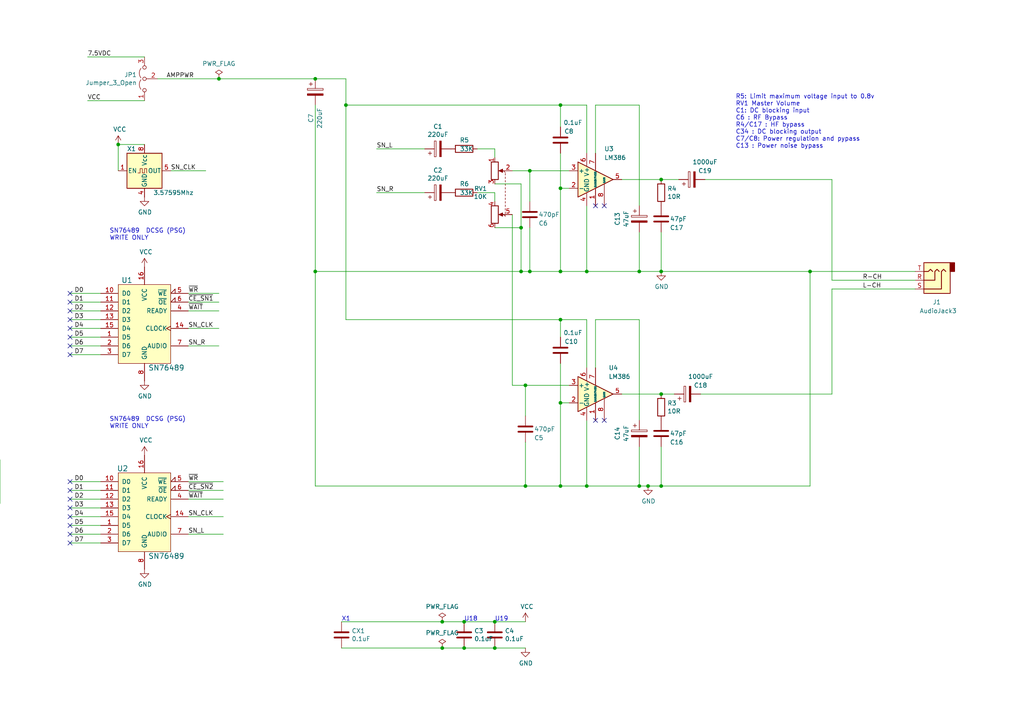
<source format=kicad_sch>
(kicad_sch (version 20211123) (generator eeschema)
  (paper "A4")
  (title_block (date "2021-11-10"))
  (lib_symbols
    (symbol "Amplifier_Audio:LM386" (pin_names (offset 0.127))
      (property "Reference" "U" (at 1.27 7.62 0))
      (property "Value" "LM386" (at 1.27 5.08 0))
      (symbol "LM386_0_1"
        (polyline (pts (xy 5.08 0) (xy -5.08 5.08) (xy -5.08 -5.08) (xy 5.08 0)) (stroke (width 0.254)) (fill (type background)))
      )
      (symbol "LM386_1_1"
        (pin input line (at 0 -7.62 90) (length 5.08) (name "GAIN") (number "1"))
        (pin input line (at -7.62 -2.54 0) (length 2.54) (name "-") (number "2"))
        (pin input line (at -7.62 2.54 0) (length 2.54) (name "+") (number "3"))
        (pin power_in line (at -2.54 -7.62 90) (length 3.81) (name "GND") (number "4"))
        (pin output line (at 7.62 0 180) (length 2.54) (name "~") (number "5"))
        (pin power_in line (at -2.54 7.62 270) (length 3.81) (name "V+") (number "6"))
        (pin input line (at 0 7.62 270) (length 5.08) (name "BYPASS") (number "7"))
        (pin input line (at 2.54 -7.62 90) (length 6.35) (name "GAIN") (number "8"))
      )
    )
    (symbol "Connector:AudioJack3"
      (property "Reference" "J" (at 0 8.89 0))
      (property "Value" "AudioJack3" (at 0 6.35 0))
      (symbol "AudioJack3_0_1"
        (rectangle (start -5.08 -5.08) (end -6.35 -2.54) (stroke (width 0.254)) (fill (type outline)))
        (polyline (pts (xy 0 -2.54) (xy 0.635 -3.175) (xy 1.27 -2.54) (xy 2.54 -2.54)) (stroke (width 0.254)))
        (polyline (pts (xy -1.905 -2.54) (xy -1.27 -3.175) (xy -0.635 -2.54) (xy -0.635 0) (xy 2.54 0)) (stroke (width 0.254)))
        (polyline (pts (xy 2.54 2.54) (xy -2.54 2.54) (xy -2.54 -2.54) (xy -3.175 -3.175) (xy -3.81 -2.54)) (stroke (width 0.254)))
        (rectangle (start 2.54 3.81) (end -5.08 -5.08) (stroke (width 0.254)) (fill (type background)))
      )
      (symbol "AudioJack3_1_1"
        (pin passive line (at 5.08 0 180) (length 2.54) (name "~") (number "R"))
        (pin passive line (at 5.08 2.54 180) (length 2.54) (name "~") (number "S"))
        (pin passive line (at 5.08 -2.54 180) (length 2.54) (name "~") (number "T"))
      )
    )
    (symbol "Device:C" (pin_numbers hide) (pin_names (offset 0.254))
      (property "Reference" "C" (at 0.635 2.54 0))
      (property "Value" "C" (at 0.635 -2.54 0))
      (symbol "C_0_1"
        (polyline (pts (xy -2.032 -0.762) (xy 2.032 -0.762)) (stroke (width 0.508)))
        (polyline (pts (xy -2.032 0.762) (xy 2.032 0.762)) (stroke (width 0.508)))
      )
      (symbol "C_1_1"
        (pin passive line (at 0 3.81 270) (length 2.794) (name "~") (number "1"))
        (pin passive line (at 0 -3.81 90) (length 2.794) (name "~") (number "2"))
      )
    )
    (symbol "Device:R" (pin_numbers hide) (pin_names (offset 0))
      (property "Reference" "R" (at 2.032 0 90))
      (property "Value" "R" (at 0 0 90))
      (symbol "R_0_1"
        (rectangle (start -1.016 -2.54) (end 1.016 2.54) (stroke (width 0.254)))
      )
      (symbol "R_1_1"
        (pin passive line (at 0 3.81 270) (length 1.27) (name "~") (number "1"))
        (pin passive line (at 0 -3.81 90) (length 1.27) (name "~") (number "2"))
      )
    )
    (symbol "Oscillator:CXO_DIP8" (pin_names (offset 0.254))
      (property "Reference" "X" (at -5.08 6.35 0))
      (property "Value" "CXO_DIP8" (at 1.27 -6.35 0))
      (symbol "CXO_DIP8_0_1"
        (rectangle (start -5.08 5.08) (end 5.08 -5.08) (stroke (width 0.254)) (fill (type background)))
        (polyline (pts (xy -1.905 -0.635) (xy -1.27 -0.635) (xy -1.27 0.635) (xy -0.635 0.635) (xy -0.635 -0.635) (xy 0 -0.635) (xy 0 0.635) (xy 0.635 0.635) (xy 0.635 -0.635)))
      )
      (symbol "CXO_DIP8_1_1"
        (pin input line (at -7.62 0 0) (length 2.54) (name "EN") (number "1"))
        (pin power_in line (at 0 -7.62 90) (length 2.54) (name "GND") (number "4"))
        (pin output line (at 7.62 0 180) (length 2.54) (name "OUT") (number "5"))
        (pin power_in line (at 0 7.62 270) (length 2.54) (name "Vcc") (number "8"))
      )
    )
    (symbol "SND-rescue:CP-Device" (pin_numbers hide) (pin_names (offset 0.254))
      (property "Reference" "C" (at 0.635 2.54 0))
      (property "Value" "CP-Device" (at 0.635 -2.54 0))
      (symbol "CP-Device_0_1"
        (rectangle (start -2.286 0.508) (end 2.286 1.016))
        (polyline (pts (xy -1.778 2.286) (xy -0.762 2.286)))
        (polyline (pts (xy -1.27 2.794) (xy -1.27 1.778)))
        (rectangle (start 2.286 -0.508) (end -2.286 -1.016) (fill (type outline)))
      )
      (symbol "CP-Device_1_1"
        (pin passive line (at 0 3.81 270) (length 2.794) (name "~") (number "1"))
        (pin passive line (at 0 -3.81 90) (length 2.794) (name "~") (number "2"))
      )
    )
    (symbol "SND-rescue:Jumper_3_Open-Jumper" (pin_names (offset 0) hide)
      (property "Reference" "JP" (at -2.54 -2.54 0))
      (property "Value" "Jumper_3_Open-Jumper" (at 0 2.794 0))
      (symbol "Jumper_3_Open-Jumper_0_0"
        (circle (center -3.302 0) (radius 0.508))
        (circle (center 0 0) (radius 0.508))
        (circle (center 3.302 0) (radius 0.508))
      )
      (symbol "Jumper_3_Open-Jumper_0_1"
        (arc (start -0.254 1.016) (mid -1.651 1.4992) (end -3.048 1.016))
        (polyline (pts (xy 0 -0.508) (xy 0 -1.27)))
        (arc (start 3.048 1.016) (mid 1.651 1.4992) (end 0.254 1.016))
      )
      (symbol "Jumper_3_Open-Jumper_1_1"
        (pin passive line (at -6.35 0 0) (length 2.54) (name "A") (number "1"))
        (pin input line (at 0 -3.81 90) (length 2.54) (name "C") (number "2"))
        (pin passive line (at 6.35 0 180) (length 2.54) (name "B") (number "3"))
      )
    )
    (symbol "SND-rescue:R_POT_Dual-Device" (pin_names (offset 1.016) hide)
      (property "Reference" "RV" (at 0 3.81 0))
      (property "Value" "R_POT_Dual-Device" (at 0 1.905 0))
      (symbol "R_POT_Dual-Device_0_1"
        (rectangle (start -8.89 -1.524) (end -3.81 -3.556) (stroke (width 0.254)))
        (polyline (pts (xy -6.35 0) (xy -6.35 -1.016)))
        (polyline (pts (xy -6.35 0) (xy -6.35 -1.016)))
        (polyline (pts (xy -6.35 0) (xy -5.842 0.508)))
        (polyline (pts (xy -5.588 0.508) (xy -5.08 0.508)))
        (polyline (pts (xy -4.572 0.508) (xy -4.064 0.508)))
        (polyline (pts (xy -3.556 0.508) (xy -3.048 0.508)))
        (polyline (pts (xy -2.54 0.508) (xy -2.032 0.508)))
        (polyline (pts (xy -1.524 0.508) (xy -1.016 0.508)))
        (polyline (pts (xy -0.508 0.508) (xy 0 0.508)))
        (polyline (pts (xy 0.508 0.508) (xy 1.016 0.508)))
        (polyline (pts (xy 1.524 0.508) (xy 2.032 0.508)))
        (polyline (pts (xy 2.54 0.508) (xy 3.048 0.508)))
        (polyline (pts (xy 3.556 0.508) (xy 4.064 0.508)))
        (polyline (pts (xy 4.572 0.508) (xy 5.08 0.508)))
        (polyline (pts (xy 5.588 0.508) (xy 6.096 0.508)))
        (polyline (pts (xy 6.35 0) (xy 6.35 -1.016)))
        (polyline (pts (xy 6.35 0) (xy 6.35 -1.016)))
        (polyline (pts (xy 6.604 0.508) (xy 6.858 0.508) (xy 6.35 0)))
        (polyline (pts (xy -6.35 -1.397) (xy -6.858 -0.254) (xy -5.842 -0.254) (xy -6.35 -1.397)) (fill (type outline)))
        (polyline (pts (xy 6.35 -1.397) (xy 5.842 -0.254) (xy 6.858 -0.254) (xy 6.35 -1.397)) (fill (type outline)))
        (rectangle (start 3.81 -1.524) (end 8.89 -3.556) (stroke (width 0.254)))
      )
      (symbol "R_POT_Dual-Device_1_1"
        (pin passive line (at -10.16 -2.54 0) (length 1.27) (name "1") (number "1"))
        (pin passive line (at -6.35 2.54 270) (length 2.54) (name "2") (number "2"))
        (pin passive line (at -2.54 -2.54 180) (length 1.27) (name "3") (number "3"))
        (pin passive line (at 2.54 -2.54 0) (length 1.27) (name "4") (number "4"))
        (pin passive line (at 6.35 2.54 270) (length 2.54) (name "5") (number "5"))
        (pin passive line (at 10.16 -2.54 180) (length 1.27) (name "6") (number "6"))
      )
    )
    (symbol "SND-rescue:SN76489-oldchips" (pin_names (offset 1.016))
      (property "Reference" "U" (at -6.35 25.4 0))
      (property "Value" "SN76489-oldchips" (at 7.62 0 0))
      (symbol "SN76489-oldchips_0_1"
        (rectangle (start -7.62 24.13) (end 7.62 1.27) (fill (type background)))
      )
      (symbol "SN76489-oldchips_1_1"
        (pin input line (at -12.7 8.89 0) (length 5.08) (name "D5") (number "1"))
        (pin input line (at -12.7 21.59 0) (length 5.08) (name "D0") (number "10"))
        (pin input line (at -12.7 19.05 0) (length 5.08) (name "D1") (number "11"))
        (pin input line (at -12.7 16.51 0) (length 5.08) (name "D2") (number "12"))
        (pin input line (at -12.7 13.97 0) (length 5.08) (name "D3") (number "13"))
        (pin input clock (at 12.7 11.43 180) (length 5.08) (name "CLOCK") (number "14"))
        (pin input line (at -12.7 11.43 0) (length 5.08) (name "D4") (number "15"))
        (pin input line (at 0 29.21 270) (length 5.08) (name "VCC") (number "16"))
        (pin input line (at -12.7 6.35 0) (length 5.08) (name "D6") (number "2"))
        (pin input line (at -12.7 3.81 0) (length 5.08) (name "D7") (number "3"))
        (pin open_collector line (at 12.7 16.51 180) (length 5.08) (name "READY") (number "4"))
        (pin input input_low (at 12.7 21.59 180) (length 5.08) (name "~{WE}") (number "5"))
        (pin input input_low (at 12.7 19.05 180) (length 5.08) (name "~{OE}") (number "6"))
        (pin output line (at 12.7 6.35 180) (length 5.08) (name "AUDIO") (number "7"))
        (pin input line (at 0 -3.81 90) (length 5.08) (name "GND") (number "8"))
        (pin no_connect line (at 12.7 3.81 180) (length 5.08) hide (name "N.C.") (number "9"))
      )
    )
    (symbol "power:GND" (power) (pin_names (offset 0))
      (property "Value" "GND" (at 0 -3.81 0))
      (symbol "GND_0_1"
        (polyline (pts (xy 0 0) (xy 0 -1.27) (xy 1.27 -1.27) (xy 0 -2.54) (xy -1.27 -1.27) (xy 0 -1.27)))
      )
      (symbol "GND_1_1"
        (pin power_in line (at 0 0 270) (length 0) hide (name "GND") (number "1"))
      )
    )
    (symbol "power:PWR_FLAG" (power) (pin_numbers hide) (pin_names (offset 0) hide)
      (property "Value" "PWR_FLAG" (at 0 3.81 0))
      (symbol "PWR_FLAG_0_0"
        (pin power_out line (at 0 0 90) (length 0) (name "pwr") (number "1"))
      )
      (symbol "PWR_FLAG_0_1"
        (polyline (pts (xy 0 0) (xy 0 1.27) (xy -1.016 1.905) (xy 0 2.54) (xy 1.016 1.905) (xy 0 1.27)))
      )
    )
    (symbol "power:VCC" (power) (pin_names (offset 0))
      (property "Value" "VCC" (at 0 3.81 0))
      (symbol "VCC_0_1"
        (polyline (pts (xy -0.762 1.27) (xy 0 2.54)))
        (polyline (pts (xy 0 0) (xy 0 2.54)))
        (polyline (pts (xy 0 2.54) (xy 0.762 1.27)))
      )
      (symbol "VCC_1_1"
        (pin power_in line (at 0 0 90) (length 0) hide (name "VCC") (number "1"))
      )
    )
  )
  (junction (at 151.13 66.04))
  (junction (at 191.77 114.3))
  (junction (at 100.33 30.48))
  (junction (at 185.42 140.97))
  (junction (at 34.29 41.91))
  (junction (at 170.18 78.74))
  (junction (at 128.27 180.34))
  (junction (at 128.27 187.96))
  (junction (at 187.96 140.97))
  (junction (at 191.77 140.97))
  (junction (at 185.42 78.74))
  (junction (at 143.51 180.34))
  (junction (at 152.4 140.97))
  (junction (at 162.56 92.71))
  (junction (at 191.77 78.74))
  (junction (at 162.56 140.97))
  (junction (at 152.4 111.76))
  (junction (at 91.44 22.86))
  (junction (at 63.5 22.86))
  (junction (at 162.56 78.74))
  (junction (at 91.44 78.74))
  (junction (at 151.13 78.74))
  (junction (at 162.56 54.61))
  (junction (at 162.56 116.84))
  (junction (at 153.67 78.74))
  (junction (at 134.62 187.96))
  (junction (at 234.95 78.74))
  (junction (at 170.18 140.97))
  (junction (at 143.51 187.96))
  (junction (at 134.62 180.34))
  (junction (at 153.67 49.53))
  (junction (at 191.77 52.07))
  (junction (at 162.56 30.48))
  (no_connect (at 200.66 438.15))
  (no_connect (at 20.32 139.7))
  (no_connect (at 20.32 142.24))
  (no_connect (at 20.32 102.87))
  (no_connect (at 172.72 121.92))
  (no_connect (at 20.32 95.25))
  (no_connect (at 20.32 147.32))
  (no_connect (at 20.32 149.86))
  (no_connect (at 20.32 152.4))
  (no_connect (at 20.32 100.33))
  (no_connect (at 20.32 87.63))
  (no_connect (at 20.32 85.09))
  (no_connect (at 20.32 144.78))
  (no_connect (at 20.32 90.17))
  (no_connect (at 175.26 59.69))
  (no_connect (at 20.32 154.94))
  (no_connect (at 20.32 92.71))
  (no_connect (at 20.32 157.48))
  (no_connect (at 20.32 97.79))
  (no_connect (at 175.26 121.92))
  (no_connect (at 172.72 59.69))
  (wire (pts (xy 123.19 55.88) (xy 109.22 55.88)))
  (wire (pts (xy 123.19 43.18) (xy 109.22 43.18)))
  (wire (pts (xy 20.32 87.63) (xy 29.21 87.63)))
  (wire (pts (xy 185.42 92.71) (xy 185.42 121.92)))
  (wire (pts (xy 172.72 92.71) (xy 185.42 92.71)))
  (wire (pts (xy 185.42 129.54) (xy 185.42 140.97)))
  (wire (pts (xy 152.4 128.27) (xy 152.4 140.97)))
  (wire (pts (xy 153.67 49.53) (xy 148.59 49.53)))
  (wire (pts (xy 63.5 87.63) (xy 54.61 87.63)))
  (wire (pts (xy 148.59 62.23) (xy 148.59 111.76)))
  (wire (pts (xy 241.3 83.82) (xy 265.43 83.82)))
  (wire (pts (xy 20.32 102.87) (xy 29.21 102.87)))
  (wire (pts (xy 134.62 187.96) (xy 143.51 187.96)))
  (wire (pts (xy 153.67 66.04) (xy 153.67 78.74)))
  (wire (pts (xy 162.56 54.61) (xy 162.56 78.74)))
  (wire (pts (xy 20.32 100.33) (xy 29.21 100.33)))
  (wire (pts (xy 91.44 22.86) (xy 100.33 22.86)))
  (wire (pts (xy 45.72 22.86) (xy 63.5 22.86)))
  (wire (pts (xy 165.1 49.53) (xy 153.67 49.53)))
  (wire (pts (xy 54.61 149.86) (xy 64.77 149.86)))
  (wire (pts (xy 134.62 180.34) (xy 143.51 180.34)))
  (wire (pts (xy 54.61 100.33) (xy 63.5 100.33)))
  (wire (pts (xy 20.32 90.17) (xy 29.21 90.17)))
  (wire (pts (xy 128.27 180.34) (xy 134.62 180.34)))
  (wire (pts (xy 172.72 30.48) (xy 185.42 30.48)))
  (wire (pts (xy 20.32 92.71) (xy 29.21 92.71)))
  (wire (pts (xy 234.95 78.74) (xy 265.43 78.74)))
  (wire (pts (xy 128.27 187.96) (xy 134.62 187.96)))
  (wire (pts (xy 162.56 78.74) (xy 170.18 78.74)))
  (wire (pts (xy 100.33 22.86) (xy 100.33 30.48)))
  (wire (pts (xy 54.61 90.17) (xy 63.5 90.17)))
  (wire (pts (xy 20.32 154.94) (xy 29.21 154.94)))
  (wire (pts (xy 100.33 92.71) (xy 162.56 92.71)))
  (wire (pts (xy 151.13 78.74) (xy 153.67 78.74)))
  (wire (pts (xy 20.32 144.78) (xy 29.21 144.78)))
  (wire (pts (xy 170.18 30.48) (xy 170.18 44.45)))
  (wire (pts (xy 143.51 187.96) (xy 152.4 187.96)))
  (wire (pts (xy 0 146.05) (xy 0 133.35)))
  (wire (pts (xy 191.77 129.54) (xy 191.77 140.97)))
  (wire (pts (xy 143.51 66.04) (xy 151.13 66.04)))
  (wire (pts (xy 20.32 157.48) (xy 29.21 157.48)))
  (wire (pts (xy 162.56 116.84) (xy 162.56 140.97)))
  (wire (pts (xy 151.13 66.04) (xy 151.13 78.74)))
  (wire (pts (xy 241.3 52.07) (xy 241.3 81.28)))
  (wire (pts (xy 162.56 97.79) (xy 162.56 92.71)))
  (wire (pts (xy 138.43 43.18) (xy 143.51 43.18)))
  (wire (pts (xy 64.77 142.24) (xy 54.61 142.24)))
  (wire (pts (xy 162.56 44.45) (xy 162.56 54.61)))
  (wire (pts (xy 241.3 81.28) (xy 265.43 81.28)))
  (wire (pts (xy 180.34 114.3) (xy 191.77 114.3)))
  (wire (pts (xy 185.42 59.69) (xy 185.42 30.48)))
  (wire (pts (xy 25.4 29.21) (xy 41.91 29.21)))
  (wire (pts (xy 143.51 43.18) (xy 143.51 45.72)))
  (wire (pts (xy 185.42 67.31) (xy 185.42 78.74)))
  (wire (pts (xy 148.59 111.76) (xy 152.4 111.76)))
  (wire (pts (xy 54.61 95.25) (xy 63.5 95.25)))
  (wire (pts (xy 162.56 30.48) (xy 100.33 30.48)))
  (wire (pts (xy 34.29 49.53) (xy 34.29 41.91)))
  (wire (pts (xy 172.72 92.71) (xy 172.72 106.68)))
  (wire (pts (xy 20.32 139.7) (xy 29.21 139.7)))
  (wire (pts (xy 241.3 114.3) (xy 203.2 114.3)))
  (wire (pts (xy 241.3 83.82) (xy 241.3 114.3)))
  (wire (pts (xy 191.77 67.31) (xy 191.77 78.74)))
  (wire (pts (xy 41.91 41.91) (xy 34.29 41.91)))
  (wire (pts (xy 91.44 78.74) (xy 151.13 78.74)))
  (wire (pts (xy 151.13 53.34) (xy 151.13 66.04)))
  (wire (pts (xy 170.18 59.69) (xy 170.18 78.74)))
  (wire (pts (xy 165.1 54.61) (xy 162.56 54.61)))
  (wire (pts (xy 170.18 140.97) (xy 185.42 140.97)))
  (wire (pts (xy 165.1 116.84) (xy 162.56 116.84)))
  (wire (pts (xy 162.56 30.48) (xy 170.18 30.48)))
  (wire (pts (xy 20.32 152.4) (xy 29.21 152.4)))
  (wire (pts (xy 162.56 116.84) (xy 162.56 105.41)))
  (wire (pts (xy 49.53 49.53) (xy 59.69 49.53)))
  (wire (pts (xy 20.32 97.79) (xy 29.21 97.79)))
  (wire (pts (xy 172.72 30.48) (xy 172.72 44.45)))
  (wire (pts (xy 143.51 55.88) (xy 143.51 58.42)))
  (wire (pts (xy 162.56 92.71) (xy 170.18 92.71)))
  (wire (pts (xy 100.33 30.48) (xy 100.33 92.71)))
  (wire (pts (xy 91.44 30.48) (xy 91.44 78.74)))
  (wire (pts (xy 20.32 142.24) (xy 29.21 142.24)))
  (wire (pts (xy 64.77 139.7) (xy 54.61 139.7)))
  (wire (pts (xy 143.51 53.34) (xy 151.13 53.34)))
  (wire (pts (xy 152.4 111.76) (xy 165.1 111.76)))
  (wire (pts (xy 20.32 149.86) (xy 29.21 149.86)))
  (wire (pts (xy 170.18 78.74) (xy 185.42 78.74)))
  (wire (pts (xy 180.34 52.07) (xy 191.77 52.07)))
  (wire (pts (xy 152.4 111.76) (xy 152.4 120.65)))
  (wire (pts (xy 162.56 36.83) (xy 162.56 30.48)))
  (wire (pts (xy 191.77 78.74) (xy 234.95 78.74)))
  (wire (pts (xy 99.06 187.96) (xy 128.27 187.96)))
  (wire (pts (xy 99.06 180.34) (xy 128.27 180.34)))
  (wire (pts (xy 185.42 78.74) (xy 191.77 78.74)))
  (wire (pts (xy 170.18 92.71) (xy 170.18 106.68)))
  (wire (pts (xy 25.4 16.51) (xy 41.91 16.51)))
  (wire (pts (xy 153.67 58.42) (xy 153.67 49.53)))
  (wire (pts (xy 185.42 140.97) (xy 187.96 140.97)))
  (wire (pts (xy 91.44 140.97) (xy 152.4 140.97)))
  (wire (pts (xy 153.67 78.74) (xy 162.56 78.74)))
  (wire (pts (xy 63.5 22.86) (xy 91.44 22.86)))
  (wire (pts (xy 234.95 78.74) (xy 234.95 140.97)))
  (wire (pts (xy 20.32 85.09) (xy 29.21 85.09)))
  (wire (pts (xy 191.77 140.97) (xy 234.95 140.97)))
  (wire (pts (xy 143.51 180.34) (xy 152.4 180.34)))
  (wire (pts (xy 196.85 52.07) (xy 191.77 52.07)))
  (wire (pts (xy 20.32 95.25) (xy 29.21 95.25)))
  (wire (pts (xy 54.61 154.94) (xy 64.77 154.94)))
  (wire (pts (xy 63.5 85.09) (xy 54.61 85.09)))
  (wire (pts (xy 138.43 55.88) (xy 143.51 55.88)))
  (wire (pts (xy 170.18 121.92) (xy 170.18 140.97)))
  (wire (pts (xy 91.44 78.74) (xy 91.44 140.97)))
  (wire (pts (xy 187.96 140.97) (xy 191.77 140.97)))
  (wire (pts (xy 152.4 140.97) (xy 162.56 140.97)))
  (wire (pts (xy 20.32 147.32) (xy 29.21 147.32)))
  (wire (pts (xy 191.77 114.3) (xy 195.58 114.3)))
  (wire (pts (xy 162.56 140.97) (xy 170.18 140.97)))
  (wire (pts (xy 204.47 52.07) (xy 241.3 52.07)))
  (wire (pts (xy 54.61 144.78) (xy 64.77 144.78)))
  (text "U19" (at 143.51 180.34 0) (effects (font (size 1.27 1.27)) (justify left bottom)))
  (text "SN76489  DCSG (PSG)\nWRITE ONLY" (at 31.75 69.85 0) (effects (font (size 1.27 1.27)) (justify left bottom)))
  (text "R5: Limit maximum voltage input to 0.8v\nRV1 Master Volume\nC1: DC blocking input\nC6 : RF Bypass\nR4/C17 : HF bypass\nC34 : DC blocking output\nC7/C8: Power regulation and pypass\nC13 : Power noise bypass" (at 213.36 43.18 0) (effects (font (size 1.27 1.27)) (justify left bottom)))
  (text "X1" (at 99.06 180.34 0) (effects (font (size 1.27 1.27)) (justify left bottom)))
  (text "SN76489  DCSG (PSG)\nWRITE ONLY" (at 31.75 124.46 0) (effects (font (size 1.27 1.27)) (justify left bottom)))
  (text "U18" (at 134.62 180.34 0) (effects (font (size 1.27 1.27)) (justify left bottom)))
  (label "D4" (at 21.59 149.86 0))
  (label "R-CH" (at 250.19 81.28 0))
  (label "~{CE_SN1}" (at 54.61 87.63 0))
  (label "SN_R" (at 54.61 100.33 0))
  (label "D3" (at 21.59 147.32 0))
  (label "D5" (at 21.59 152.4 0))
  (label "7.5VDC" (at 25.4 16.51 0))
  (label "D6" (at 21.59 154.94 0))
  (label "D1" (at 21.59 87.63 0))
  (label "SN_R" (at 109.22 55.88 0))
  (label "SN_CLK" (at 54.61 149.86 0))
  (label "~{WR}" (at 54.61 139.7 0))
  (label "D5" (at 21.59 97.79 0))
  (label "SN_CLK" (at 49.53 49.53 0))
  (label "D1" (at 21.59 142.24 0))
  (label "D2" (at 21.59 144.78 0))
  (label "D0" (at 21.59 139.7 0))
  (label "D4" (at 21.59 95.25 0))
  (label "SN_L" (at 109.22 43.18 0))
  (label "~{WR}" (at 54.61 85.09 0))
  (label "~{CE_SN2}" (at 54.61 142.24 0))
  (label "SN_L" (at 54.61 154.94 0))
  (label "~{WAIT}" (at 54.61 144.78 0))
  (label "~{WAIT}" (at 54.61 90.17 0))
  (label "D7" (at 21.59 157.48 0))
  (label "SN_CLK" (at 54.61 95.25 0))
  (label "D2" (at 21.59 90.17 0))
  (label "D6" (at 21.59 100.33 0))
  (label "D0" (at 21.59 85.09 0))
  (label "L-CH" (at 250.19 83.82 0))
  (label "D3" (at 21.59 92.71 0))
  (label "VCC" (at 25.4 29.21 0))
  (label "D7" (at 21.59 102.87 0))
  (label "AMPPWR" (at 48.26 22.86 0))
  (symbol (lib_id "Amplifier_Audio:LM386") (at 172.72 114.3 0) (unit 1)
    (property "Reference" "U4" (at 176.53 106.68 0) (effects (justify left)))
    (property "Value" "LM386" (at 176.53 109.22 0) (effects (justify left)))
    (property "Footprint" "Package_DIP:DIP-8_W7.62mm" (effects hide))
    (property "Datasheet" "http://www.ti.com/lit/ds/symlink/lm386.pdf" (effects hide))
  )
  (symbol (lib_id "SND-rescue:R_POT_Dual-Device") (at 146.05 55.88 270) (unit 1)
    (property "Reference" "RV1" (at 141.3002 54.7116 90) (effects (justify right)))
    (property "Value" "10K" (at 141.3002 57.023 90) (effects (justify right)))
    (property "Footprint" "Potentiometer_THT:Potentiometer_Alps_RK097_Dual_Horizontal" (effects hide))
  )
  (symbol (lib_id "Device:C") (at 162.56 101.6 180) (unit 1)
    (property "Reference" "C10" (at 167.64 99.06 0) (effects (justify left)))
    (property "Value" "0.1uF" (at 168.91 96.52 0) (effects (justify left)))
    (property "Footprint" "Capacitor_THT:C_Disc_D7.0mm_W2.5mm_P5.00mm" (effects hide))
  )
  (symbol (lib_id "SND-rescue:CP-Device") (at 199.39 114.3 90) (unit 1)
    (property "Reference" "C18" (at 203.2 111.76 90))
    (property "Value" "1000uF" (at 203.2 109.22 90))
    (property "Footprint" "Capacitor_THT:CP_Radial_D8.0mm_P2.50mm" (effects hide))
  )
  (symbol (lib_id "Oscillator:CXO_DIP8") (at 41.91 49.53 0) (unit 1)
    (property "Reference" "X1" (at 36.83 43.18 0) (effects (justify left)))
    (property "Value" "3.57595Mhz" (at 44.45 55.88 0) (effects (justify left)))
    (property "Footprint" "Oscillator:Oscillator_DIP-8" (effects hide))
    (property "Datasheet" "http://cdn-reichelt.de/documents/datenblatt/B400/OSZI.pdf" (effects hide))
  )
  (symbol (lib_id "power:GND") (at 41.91 57.15 0) (unit 1)
    (property "Reference" "#PWR02" (effects hide))
    (property "Value" "GND" (at 42.037 61.5442 0))
  )
  (symbol (lib_id "Device:C") (at 152.4 124.46 0) (unit 1)
    (property "Reference" "C5" (at 154.94 127 0) (effects (justify left)))
    (property "Value" "470pF" (at 154.94 124.46 0) (effects (justify left)))
    (property "Footprint" "Capacitor_THT:C_Disc_D3.8mm_W2.6mm_P2.50mm" (effects hide))
  )
  (symbol (lib_id "Amplifier_Audio:LM386") (at 172.72 52.07 0) (unit 1)
    (property "Reference" "U3" (at 175.26 43.18 0) (effects (justify left)))
    (property "Value" "LM386" (at 175.26 45.72 0) (effects (justify left)))
    (property "Footprint" "Package_DIP:DIP-8_W7.62mm" (effects hide))
    (property "Datasheet" "http://www.ti.com/lit/ds/symlink/lm386.pdf" (effects hide))
  )
  (symbol (lib_id "Device:C") (at 162.56 40.64 180) (unit 1)
    (property "Reference" "C8" (at 166.37 38.1 0) (effects (justify left)))
    (property "Value" "0.1uF" (at 168.91 35.56 0) (effects (justify left)))
    (property "Footprint" "Capacitor_THT:C_Disc_D7.0mm_W2.5mm_P5.00mm" (effects hide))
  )
  (symbol (lib_id "SND-rescue:CP-Device") (at 91.44 26.67 0) (unit 1)
    (property "Reference" "C7" (at 90.17 34.29 90))
    (property "Value" "220uF" (at 92.71 34.29 90))
    (property "Footprint" "Capacitor_THT:CP_Radial_D8.0mm_P2.50mm" (effects hide))
  )
  (symbol (lib_id "SND-rescue:CP-Device") (at 185.42 63.5 0) (unit 1)
    (property "Reference" "C13" (at 179.07 63.5 90))
    (property "Value" "47uF" (at 181.61 63.5 90))
    (property "Footprint" "Capacitor_THT:CP_Radial_D5.0mm_P2.50mm" (effects hide))
  )
  (symbol (lib_id "Device:R") (at 191.77 55.88 180) (unit 1)
    (property "Reference" "R4" (at 193.548 54.7116 0) (effects (justify right)))
    (property "Value" "10R" (at 193.548 57.023 0) (effects (justify right)))
    (property "Footprint" "Resistor_THT:R_Axial_DIN0207_L6.3mm_D2.5mm_P10.16mm_Horizontal" (effects hide))
  )
  (symbol (lib_id "SND-rescue:CP-Device") (at 200.66 52.07 90) (unit 1)
    (property "Reference" "C19" (at 204.47 49.53 90))
    (property "Value" "1000uF" (at 204.47 46.99 90))
    (property "Footprint" "Capacitor_THT:CP_Radial_D8.0mm_P2.50mm" (effects hide))
  )
  (symbol (lib_id "Device:C") (at 153.67 62.23 0) (unit 1)
    (property "Reference" "C6" (at 156.21 64.77 0) (effects (justify left)))
    (property "Value" "470pF" (at 156.21 62.23 0) (effects (justify left)))
    (property "Footprint" "Capacitor_THT:C_Disc_D3.8mm_W2.6mm_P2.50mm" (effects hide))
  )
  (symbol (lib_id "Device:C") (at 134.62 184.15 0) (unit 1)
    (property "Reference" "C3" (at 137.541 182.9816 0) (effects (justify left)))
    (property "Value" "0.1uF" (at 137.541 185.293 0) (effects (justify left)))
    (property "Footprint" "Capacitor_THT:C_Disc_D7.0mm_W2.5mm_P5.00mm" (effects hide))
  )
  (symbol (lib_id "Device:C") (at 143.51 184.15 0) (unit 1)
    (property "Reference" "C4" (at 146.431 182.9816 0) (effects (justify left)))
    (property "Value" "0.1uF" (at 146.431 185.293 0) (effects (justify left)))
    (property "Footprint" "Capacitor_THT:C_Disc_D7.0mm_W2.5mm_P5.00mm" (effects hide))
  )
  (symbol (lib_id "SND-rescue:SN76489-oldchips") (at 41.91 106.68 0) (unit 1)
    (property "Reference" "U1" (at 36.83 81.28 0) (effects (font (size 1.524 1.524))))
    (property "Value" "SN76489" (at 48.26 106.68 0) (effects (font (size 1.524 1.524))))
    (property "Footprint" "Package_DIP:DIP-16_W7.62mm" (effects hide))
  )
  (symbol (lib_id "SND-rescue:SN76489-oldchips") (at 41.91 161.29 0) (unit 1)
    (property "Reference" "U2" (at 35.56 135.89 0) (effects (font (size 1.524 1.524))))
    (property "Value" "SN76489" (at 48.26 161.29 0) (effects (font (size 1.524 1.524))))
    (property "Footprint" "Package_DIP:DIP-16_W7.62mm" (effects hide))
  )
  (symbol (lib_id "power:GND") (at 41.91 110.49 0) (unit 1)
    (property "Reference" "#PWR04" (effects hide))
    (property "Value" "GND" (at 42.037 114.8842 0))
  )
  (symbol (lib_id "power:GND") (at 41.91 165.1 0) (unit 1)
    (property "Reference" "#PWR06" (effects hide))
    (property "Value" "GND" (at 42.037 169.4942 0))
  )
  (symbol (lib_id "power:VCC") (at 41.91 77.47 0) (unit 1)
    (property "Reference" "#PWR03" (effects hide))
    (property "Value" "VCC" (at 42.3418 73.0758 0))
  )
  (symbol (lib_id "power:VCC") (at 41.91 132.08 0) (unit 1)
    (property "Reference" "#PWR05" (effects hide))
    (property "Value" "VCC" (at 42.3418 127.6858 0))
  )
  (symbol (lib_id "SND-rescue:CP-Device") (at 127 55.88 90) (unit 1)
    (property "Reference" "C2" (at 127 49.403 90))
    (property "Value" "220uF" (at 127 51.7144 90))
    (property "Footprint" "Capacitor_THT:CP_Radial_D8.0mm_P2.50mm" (effects hide))
  )
  (symbol (lib_id "SND-rescue:CP-Device") (at 127 43.18 90) (unit 1)
    (property "Reference" "C1" (at 127 36.703 90))
    (property "Value" "220uF" (at 127 39.0144 90))
    (property "Footprint" "Capacitor_THT:CP_Radial_D8.0mm_P2.50mm" (effects hide))
  )
  (symbol (lib_id "Device:C") (at 99.06 184.15 0) (unit 1)
    (property "Reference" "CX1" (at 101.981 182.9816 0) (effects (justify left)))
    (property "Value" "0.1uF" (at 101.981 185.293 0) (effects (justify left)))
    (property "Footprint" "Capacitor_THT:C_Disc_D7.0mm_W2.5mm_P5.00mm" (effects hide))
  )
  (symbol (lib_id "power:GND") (at 152.4 187.96 0) (unit 1)
    (property "Reference" "#PWR08" (effects hide))
    (property "Value" "GND" (at 152.527 192.3542 0))
  )
  (symbol (lib_id "power:VCC") (at 152.4 180.34 0) (unit 1)
    (property "Reference" "#PWR07" (effects hide))
    (property "Value" "VCC" (at 152.8318 175.9458 0))
  )
  (symbol (lib_id "power:VCC") (at 34.29 41.91 0) (unit 1)
    (property "Reference" "#PWR01" (effects hide))
    (property "Value" "VCC" (at 34.7218 37.5158 0))
  )
  (symbol (lib_id "power:GND") (at 187.96 140.97 0) (unit 1)
    (property "Reference" "#PWR09" (effects hide))
    (property "Value" "GND" (at 188.087 145.3642 0))
  )
  (symbol (lib_id "power:GND") (at 191.77 78.74 0) (unit 1)
    (property "Reference" "#PWR010" (effects hide))
    (property "Value" "GND" (at 191.897 83.1342 0))
  )
  (symbol (lib_id "Connector:AudioJack3") (at 270.51 81.28 180) (unit 1)
    (property "Reference" "J1" (at 270.51 87.63 0) (effects (justify right)))
    (property "Value" "AudioJack3" (at 266.7 90.17 0) (effects (justify right)))
    (property "Footprint" "Connector_Audio:StereoJack_3.5mm_Switch_Ledino_KB3SPRS_Horizontal" (effects hide))
  )
  (symbol (lib_id "SND-rescue:CP-Device") (at 185.42 125.73 0) (unit 1)
    (property "Reference" "C14" (at 179.07 125.73 90))
    (property "Value" "47uF" (at 181.61 125.73 90))
    (property "Footprint" "Capacitor_THT:CP_Radial_D5.0mm_P2.50mm" (effects hide))
  )
  (symbol (lib_id "Device:R") (at 191.77 118.11 180) (unit 1)
    (property "Reference" "R3" (at 193.548 116.9416 0) (effects (justify right)))
    (property "Value" "10R" (at 193.548 119.253 0) (effects (justify right)))
    (property "Footprint" "Resistor_THT:R_Axial_DIN0207_L6.3mm_D2.5mm_P10.16mm_Horizontal" (effects hide))
  )
  (symbol (lib_id "Device:R") (at 134.62 43.18 90) (unit 1)
    (property "Reference" "R5" (at 133.35 40.64 90) (effects (justify right)))
    (property "Value" "33K" (at 133.35 43.18 90) (effects (justify right)))
    (property "Footprint" "Resistor_THT:R_Axial_DIN0207_L6.3mm_D2.5mm_P10.16mm_Horizontal" (effects hide))
  )
  (symbol (lib_id "Device:R") (at 134.62 55.88 90) (unit 1)
    (property "Reference" "R6" (at 133.35 53.34 90) (effects (justify right)))
    (property "Value" "33K" (at 133.35 55.88 90) (effects (justify right)))
    (property "Footprint" "Resistor_THT:R_Axial_DIN0207_L6.3mm_D2.5mm_P10.16mm_Horizontal" (effects hide))
  )
  (symbol (lib_id "Device:C") (at 191.77 125.73 0) (unit 1)
    (property "Reference" "C16" (at 194.31 128.27 0) (effects (justify left)))
    (property "Value" "47pF" (at 194.31 125.73 0) (effects (justify left)))
    (property "Footprint" "Capacitor_THT:C_Disc_D3.8mm_W2.6mm_P2.50mm" (effects hide))
  )
  (symbol (lib_id "Device:C") (at 191.77 63.5 0) (unit 1)
    (property "Reference" "C17" (at 194.31 66.04 0) (effects (justify left)))
    (property "Value" "47pF" (at 194.31 63.5 0) (effects (justify left)))
    (property "Footprint" "Capacitor_THT:C_Disc_D3.8mm_W2.6mm_P2.50mm" (effects hide))
  )
  (symbol (lib_id "power:PWR_FLAG") (at 128.27 187.96 0) (unit 1)
    (property "Reference" "#FLG0101" (effects hide))
    (property "Value" "PWR_FLAG" (at 128.27 183.5658 0))
  )
  (symbol (lib_id "power:PWR_FLAG") (at 63.5 22.86 0) (unit 1)
    (property "Reference" "#FLG0102" (effects hide))
    (property "Value" "PWR_FLAG" (at 63.5 18.4658 0))
  )
  (symbol (lib_id "power:PWR_FLAG") (at 128.27 180.34 0) (unit 1)
    (property "Reference" "#FLG0103" (effects hide))
    (property "Value" "PWR_FLAG" (at 128.27 175.9458 0))
  )
  (symbol (lib_id "SND-rescue:Jumper_3_Open-Jumper") (at 41.91 22.86 90) (unit 1)
    (property "Reference" "JP1" (at 39.7002 21.6916 90) (effects (justify left)))
    (property "Value" "Jumper_3_Open" (at 39.7002 24.003 90) (effects (justify left)))
    (property "Footprint" "Connector_PinHeader_2.54mm:PinHeader_1x03_P2.54mm_Vertical" (effects hide))
  )
)
</source>
